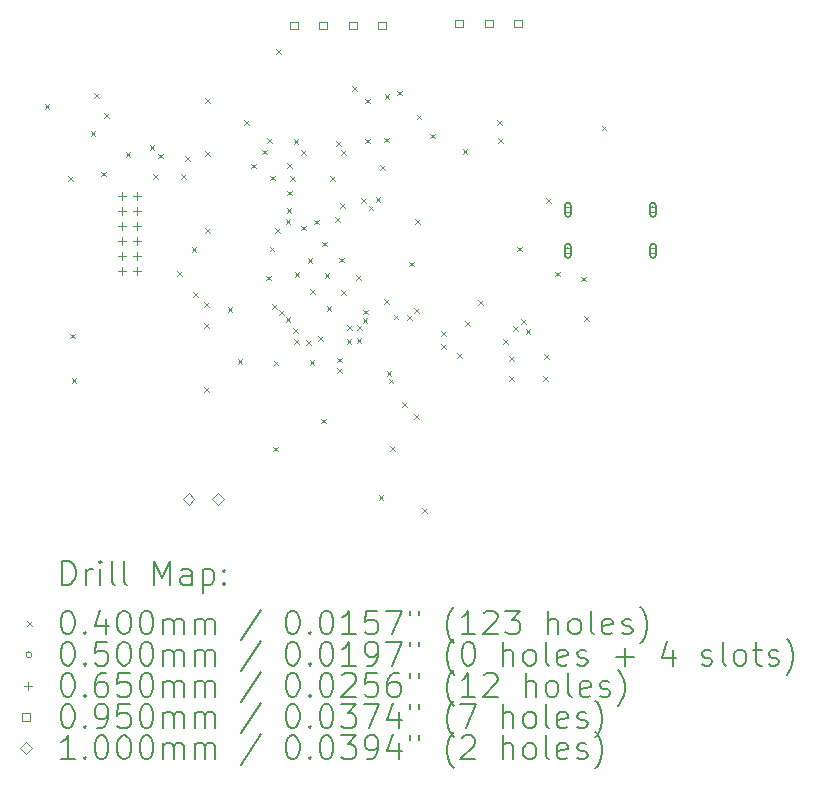
<source format=gbr>
%TF.GenerationSoftware,KiCad,Pcbnew,(6.0.9)*%
%TF.CreationDate,2022-11-30T10:01:07+01:00*%
%TF.ProjectId,LDAD ATOM PRO,4c444144-2041-4544-9f4d-2050524f2e6b,5.3*%
%TF.SameCoordinates,Original*%
%TF.FileFunction,Drillmap*%
%TF.FilePolarity,Positive*%
%FSLAX45Y45*%
G04 Gerber Fmt 4.5, Leading zero omitted, Abs format (unit mm)*
G04 Created by KiCad (PCBNEW (6.0.9)) date 2022-11-30 10:01:07*
%MOMM*%
%LPD*%
G01*
G04 APERTURE LIST*
%ADD10C,0.200000*%
%ADD11C,0.040000*%
%ADD12C,0.050000*%
%ADD13C,0.065000*%
%ADD14C,0.095000*%
%ADD15C,0.100000*%
G04 APERTURE END LIST*
D10*
D11*
X11674000Y-8458000D02*
X11714000Y-8498000D01*
X11714000Y-8458000D02*
X11674000Y-8498000D01*
X11872000Y-9064450D02*
X11912000Y-9104450D01*
X11912000Y-9064450D02*
X11872000Y-9104450D01*
X11891000Y-10398000D02*
X11931000Y-10438000D01*
X11931000Y-10398000D02*
X11891000Y-10438000D01*
X11902000Y-10775000D02*
X11942000Y-10815000D01*
X11942000Y-10775000D02*
X11902000Y-10815000D01*
X12063000Y-8685000D02*
X12103000Y-8725000D01*
X12103000Y-8685000D02*
X12063000Y-8725000D01*
X12093000Y-8360000D02*
X12133000Y-8400000D01*
X12133000Y-8360000D02*
X12093000Y-8400000D01*
X12150000Y-9026000D02*
X12190000Y-9066000D01*
X12190000Y-9026000D02*
X12150000Y-9066000D01*
X12179000Y-8532000D02*
X12219000Y-8572000D01*
X12219000Y-8532000D02*
X12179000Y-8572000D01*
X12360000Y-8863000D02*
X12400000Y-8903000D01*
X12400000Y-8863000D02*
X12360000Y-8903000D01*
X12562000Y-8802000D02*
X12602000Y-8842000D01*
X12602000Y-8802000D02*
X12562000Y-8842000D01*
X12591000Y-9048000D02*
X12631000Y-9088000D01*
X12631000Y-9048000D02*
X12591000Y-9088000D01*
X12634000Y-8873000D02*
X12674000Y-8913000D01*
X12674000Y-8873000D02*
X12634000Y-8913000D01*
X12794500Y-9867500D02*
X12834500Y-9907500D01*
X12834500Y-9867500D02*
X12794500Y-9907500D01*
X12827000Y-9048000D02*
X12867000Y-9088000D01*
X12867000Y-9048000D02*
X12827000Y-9088000D01*
X12861000Y-8895000D02*
X12901000Y-8935000D01*
X12901000Y-8895000D02*
X12861000Y-8935000D01*
X12917000Y-9664000D02*
X12957000Y-9704000D01*
X12957000Y-9664000D02*
X12917000Y-9704000D01*
X12929000Y-10048000D02*
X12969000Y-10088000D01*
X12969000Y-10048000D02*
X12929000Y-10088000D01*
X13021000Y-10309000D02*
X13061000Y-10349000D01*
X13061000Y-10309000D02*
X13021000Y-10349000D01*
X13024000Y-10849000D02*
X13064000Y-10889000D01*
X13064000Y-10849000D02*
X13024000Y-10889000D01*
X13026000Y-10130000D02*
X13066000Y-10170000D01*
X13066000Y-10130000D02*
X13026000Y-10170000D01*
X13032000Y-8853000D02*
X13072000Y-8893000D01*
X13072000Y-8853000D02*
X13032000Y-8893000D01*
X13033000Y-8407000D02*
X13073000Y-8447000D01*
X13073000Y-8407000D02*
X13033000Y-8447000D01*
X13033000Y-9506000D02*
X13073000Y-9546000D01*
X13073000Y-9506000D02*
X13033000Y-9546000D01*
X13224000Y-10175000D02*
X13264000Y-10215000D01*
X13264000Y-10175000D02*
X13224000Y-10215000D01*
X13307000Y-10616000D02*
X13347000Y-10656000D01*
X13347000Y-10616000D02*
X13307000Y-10656000D01*
X13363500Y-8592500D02*
X13403500Y-8632500D01*
X13403500Y-8592500D02*
X13363500Y-8632500D01*
X13419000Y-8959000D02*
X13459000Y-8999000D01*
X13459000Y-8959000D02*
X13419000Y-8999000D01*
X13516000Y-8840000D02*
X13556000Y-8880000D01*
X13556000Y-8840000D02*
X13516000Y-8880000D01*
X13548000Y-9908000D02*
X13588000Y-9948000D01*
X13588000Y-9908000D02*
X13548000Y-9948000D01*
X13560000Y-8742000D02*
X13600000Y-8782000D01*
X13600000Y-8742000D02*
X13560000Y-8782000D01*
X13579000Y-9661000D02*
X13619000Y-9701000D01*
X13619000Y-9661000D02*
X13579000Y-9701000D01*
X13581000Y-9060000D02*
X13621000Y-9100000D01*
X13621000Y-9060000D02*
X13581000Y-9100000D01*
X13602000Y-10151000D02*
X13642000Y-10191000D01*
X13642000Y-10151000D02*
X13602000Y-10191000D01*
X13606000Y-11354000D02*
X13646000Y-11394000D01*
X13646000Y-11354000D02*
X13606000Y-11394000D01*
X13612000Y-10627000D02*
X13652000Y-10667000D01*
X13652000Y-10627000D02*
X13612000Y-10667000D01*
X13623000Y-9507000D02*
X13663000Y-9547000D01*
X13663000Y-9507000D02*
X13623000Y-9547000D01*
X13631000Y-7991000D02*
X13671000Y-8031000D01*
X13671000Y-7991000D02*
X13631000Y-8031000D01*
X13657000Y-10200000D02*
X13697000Y-10240000D01*
X13697000Y-10200000D02*
X13657000Y-10240000D01*
X13714000Y-10259000D02*
X13754000Y-10299000D01*
X13754000Y-10259000D02*
X13714000Y-10299000D01*
X13715000Y-9429000D02*
X13755000Y-9469000D01*
X13755000Y-9429000D02*
X13715000Y-9469000D01*
X13723000Y-9338000D02*
X13763000Y-9378000D01*
X13763000Y-9338000D02*
X13723000Y-9378000D01*
X13724000Y-8954000D02*
X13764000Y-8994000D01*
X13764000Y-8954000D02*
X13724000Y-8994000D01*
X13725000Y-9188000D02*
X13765000Y-9228000D01*
X13765000Y-9188000D02*
X13725000Y-9228000D01*
X13749000Y-9062000D02*
X13789000Y-9102000D01*
X13789000Y-9062000D02*
X13749000Y-9102000D01*
X13775000Y-10351000D02*
X13815000Y-10391000D01*
X13815000Y-10351000D02*
X13775000Y-10391000D01*
X13781000Y-8749000D02*
X13821000Y-8789000D01*
X13821000Y-8749000D02*
X13781000Y-8789000D01*
X13784000Y-10442000D02*
X13824000Y-10482000D01*
X13824000Y-10442000D02*
X13784000Y-10482000D01*
X13791000Y-9875000D02*
X13831000Y-9915000D01*
X13831000Y-9875000D02*
X13791000Y-9915000D01*
X13844000Y-9483000D02*
X13884000Y-9523000D01*
X13884000Y-9483000D02*
X13844000Y-9523000D01*
X13847000Y-8843000D02*
X13887000Y-8883000D01*
X13887000Y-8843000D02*
X13847000Y-8883000D01*
X13885000Y-10453000D02*
X13925000Y-10493000D01*
X13925000Y-10453000D02*
X13885000Y-10493000D01*
X13901000Y-9759000D02*
X13941000Y-9799000D01*
X13941000Y-9759000D02*
X13901000Y-9799000D01*
X13916000Y-10625000D02*
X13956000Y-10665000D01*
X13956000Y-10625000D02*
X13916000Y-10665000D01*
X13923000Y-10021000D02*
X13963000Y-10061000D01*
X13963000Y-10021000D02*
X13923000Y-10061000D01*
X13955000Y-9434000D02*
X13995000Y-9474000D01*
X13995000Y-9434000D02*
X13955000Y-9474000D01*
X13988000Y-10422000D02*
X14028000Y-10462000D01*
X14028000Y-10422000D02*
X13988000Y-10462000D01*
X14015000Y-11117000D02*
X14055000Y-11157000D01*
X14055000Y-11117000D02*
X14015000Y-11157000D01*
X14026000Y-9619000D02*
X14066000Y-9659000D01*
X14066000Y-9619000D02*
X14026000Y-9659000D01*
X14043000Y-9886000D02*
X14083000Y-9926000D01*
X14083000Y-9886000D02*
X14043000Y-9926000D01*
X14061000Y-10167000D02*
X14101000Y-10207000D01*
X14101000Y-10167000D02*
X14061000Y-10207000D01*
X14091000Y-9063000D02*
X14131000Y-9103000D01*
X14131000Y-9063000D02*
X14091000Y-9103000D01*
X14130000Y-9413000D02*
X14170000Y-9453000D01*
X14170000Y-9413000D02*
X14130000Y-9453000D01*
X14140000Y-8771000D02*
X14180000Y-8811000D01*
X14180000Y-8771000D02*
X14140000Y-8811000D01*
X14148000Y-10601000D02*
X14188000Y-10641000D01*
X14188000Y-10601000D02*
X14148000Y-10641000D01*
X14152000Y-10693000D02*
X14192000Y-10733000D01*
X14192000Y-10693000D02*
X14152000Y-10733000D01*
X14166000Y-9755000D02*
X14206000Y-9795000D01*
X14206000Y-9755000D02*
X14166000Y-9795000D01*
X14173000Y-9292000D02*
X14213000Y-9332000D01*
X14213000Y-9292000D02*
X14173000Y-9332000D01*
X14183000Y-8843000D02*
X14223000Y-8883000D01*
X14223000Y-8843000D02*
X14183000Y-8883000D01*
X14183000Y-10030000D02*
X14223000Y-10070000D01*
X14223000Y-10030000D02*
X14183000Y-10070000D01*
X14230000Y-10442000D02*
X14270000Y-10482000D01*
X14270000Y-10442000D02*
X14230000Y-10482000D01*
X14236000Y-10329000D02*
X14276000Y-10369000D01*
X14276000Y-10329000D02*
X14236000Y-10369000D01*
X14280000Y-8301000D02*
X14320000Y-8341000D01*
X14320000Y-8301000D02*
X14280000Y-8341000D01*
X14308000Y-9903000D02*
X14348000Y-9943000D01*
X14348000Y-9903000D02*
X14308000Y-9943000D01*
X14316000Y-10438000D02*
X14356000Y-10478000D01*
X14356000Y-10438000D02*
X14316000Y-10478000D01*
X14321000Y-10328000D02*
X14361000Y-10368000D01*
X14361000Y-10328000D02*
X14321000Y-10368000D01*
X14354000Y-9248000D02*
X14394000Y-9288000D01*
X14394000Y-9248000D02*
X14354000Y-9288000D01*
X14367000Y-10266000D02*
X14407000Y-10306000D01*
X14407000Y-10266000D02*
X14367000Y-10306000D01*
X14372000Y-10194000D02*
X14412000Y-10234000D01*
X14412000Y-10194000D02*
X14372000Y-10234000D01*
X14386000Y-8409000D02*
X14426000Y-8449000D01*
X14426000Y-8409000D02*
X14386000Y-8449000D01*
X14386000Y-8747000D02*
X14426000Y-8787000D01*
X14426000Y-8747000D02*
X14386000Y-8787000D01*
X14417000Y-9315000D02*
X14457000Y-9355000D01*
X14457000Y-9315000D02*
X14417000Y-9355000D01*
X14477000Y-9244000D02*
X14517000Y-9284000D01*
X14517000Y-9244000D02*
X14477000Y-9284000D01*
X14501000Y-11768000D02*
X14541000Y-11808000D01*
X14541000Y-11768000D02*
X14501000Y-11808000D01*
X14517000Y-8972000D02*
X14557000Y-9012000D01*
X14557000Y-8972000D02*
X14517000Y-9012000D01*
X14544817Y-10107450D02*
X14584817Y-10147450D01*
X14584817Y-10107450D02*
X14544817Y-10147450D01*
X14545500Y-8739500D02*
X14585500Y-8779500D01*
X14585500Y-8739500D02*
X14545500Y-8779500D01*
X14552000Y-8373000D02*
X14592000Y-8413000D01*
X14592000Y-8373000D02*
X14552000Y-8413000D01*
X14568000Y-10715000D02*
X14608000Y-10755000D01*
X14608000Y-10715000D02*
X14568000Y-10755000D01*
X14585000Y-10779000D02*
X14625000Y-10819000D01*
X14625000Y-10779000D02*
X14585000Y-10819000D01*
X14598000Y-11348000D02*
X14638000Y-11388000D01*
X14638000Y-11348000D02*
X14598000Y-11388000D01*
X14629160Y-10236571D02*
X14669160Y-10276571D01*
X14669160Y-10236571D02*
X14629160Y-10276571D01*
X14656000Y-8341000D02*
X14696000Y-8381000D01*
X14696000Y-8341000D02*
X14656000Y-8381000D01*
X14702000Y-10980000D02*
X14742000Y-11020000D01*
X14742000Y-10980000D02*
X14702000Y-11020000D01*
X14745000Y-10240000D02*
X14785000Y-10280000D01*
X14785000Y-10240000D02*
X14745000Y-10280000D01*
X14758000Y-9789000D02*
X14798000Y-9829000D01*
X14798000Y-9789000D02*
X14758000Y-9829000D01*
X14799050Y-10179228D02*
X14839050Y-10219228D01*
X14839050Y-10179228D02*
X14799050Y-10219228D01*
X14802000Y-11080000D02*
X14842000Y-11120000D01*
X14842000Y-11080000D02*
X14802000Y-11120000D01*
X14808000Y-9430000D02*
X14848000Y-9470000D01*
X14848000Y-9430000D02*
X14808000Y-9470000D01*
X14822000Y-8545000D02*
X14862000Y-8585000D01*
X14862000Y-8545000D02*
X14822000Y-8585000D01*
X14869000Y-11877000D02*
X14909000Y-11917000D01*
X14909000Y-11877000D02*
X14869000Y-11917000D01*
X14939000Y-8705000D02*
X14979000Y-8745000D01*
X14979000Y-8705000D02*
X14939000Y-8745000D01*
X15031000Y-10374000D02*
X15071000Y-10414000D01*
X15071000Y-10374000D02*
X15031000Y-10414000D01*
X15033000Y-10486000D02*
X15073000Y-10526000D01*
X15073000Y-10486000D02*
X15033000Y-10526000D01*
X15167000Y-10561000D02*
X15207000Y-10601000D01*
X15207000Y-10561000D02*
X15167000Y-10601000D01*
X15213000Y-8834000D02*
X15253000Y-8874000D01*
X15253000Y-8834000D02*
X15213000Y-8874000D01*
X15231000Y-10291000D02*
X15271000Y-10331000D01*
X15271000Y-10291000D02*
X15231000Y-10331000D01*
X15341000Y-10115000D02*
X15381000Y-10155000D01*
X15381000Y-10115000D02*
X15341000Y-10155000D01*
X15503000Y-8591000D02*
X15543000Y-8631000D01*
X15543000Y-8591000D02*
X15503000Y-8631000D01*
X15514000Y-8741000D02*
X15554000Y-8781000D01*
X15554000Y-8741000D02*
X15514000Y-8781000D01*
X15553000Y-10447000D02*
X15593000Y-10487000D01*
X15593000Y-10447000D02*
X15553000Y-10487000D01*
X15606000Y-10586000D02*
X15646000Y-10626000D01*
X15646000Y-10586000D02*
X15606000Y-10626000D01*
X15608000Y-10756000D02*
X15648000Y-10796000D01*
X15648000Y-10756000D02*
X15608000Y-10796000D01*
X15639225Y-10336550D02*
X15679225Y-10376550D01*
X15679225Y-10336550D02*
X15639225Y-10376550D01*
X15676000Y-9661625D02*
X15716000Y-9701625D01*
X15716000Y-9661625D02*
X15676000Y-9701625D01*
X15706000Y-10276000D02*
X15746000Y-10316000D01*
X15746000Y-10276000D02*
X15706000Y-10316000D01*
X15746000Y-10358550D02*
X15786000Y-10398550D01*
X15786000Y-10358550D02*
X15746000Y-10398550D01*
X15895000Y-10761000D02*
X15935000Y-10801000D01*
X15935000Y-10761000D02*
X15895000Y-10801000D01*
X15905000Y-10571000D02*
X15945000Y-10611000D01*
X15945000Y-10571000D02*
X15905000Y-10611000D01*
X15920000Y-9248000D02*
X15960000Y-9288000D01*
X15960000Y-9248000D02*
X15920000Y-9288000D01*
X15994000Y-9874000D02*
X16034000Y-9914000D01*
X16034000Y-9874000D02*
X15994000Y-9914000D01*
X16214500Y-9916500D02*
X16254500Y-9956500D01*
X16254500Y-9916500D02*
X16214500Y-9956500D01*
X16243000Y-10248000D02*
X16283000Y-10288000D01*
X16283000Y-10248000D02*
X16243000Y-10288000D01*
X16390000Y-8636000D02*
X16430000Y-8676000D01*
X16430000Y-8636000D02*
X16390000Y-8676000D01*
D12*
X16128000Y-9697000D02*
G75*
G03*
X16128000Y-9697000I-25000J0D01*
G01*
D10*
X16078000Y-9662000D02*
X16078000Y-9732000D01*
X16128000Y-9662000D02*
X16128000Y-9732000D01*
X16078000Y-9732000D02*
G75*
G03*
X16128000Y-9732000I25000J0D01*
G01*
X16128000Y-9662000D02*
G75*
G03*
X16078000Y-9662000I-25000J0D01*
G01*
D12*
X16129000Y-9350000D02*
G75*
G03*
X16129000Y-9350000I-25000J0D01*
G01*
D10*
X16079000Y-9315000D02*
X16079000Y-9385000D01*
X16129000Y-9315000D02*
X16129000Y-9385000D01*
X16079000Y-9385000D02*
G75*
G03*
X16129000Y-9385000I25000J0D01*
G01*
X16129000Y-9315000D02*
G75*
G03*
X16079000Y-9315000I-25000J0D01*
G01*
D12*
X16848000Y-9349000D02*
G75*
G03*
X16848000Y-9349000I-25000J0D01*
G01*
D10*
X16798000Y-9314000D02*
X16798000Y-9384000D01*
X16848000Y-9314000D02*
X16848000Y-9384000D01*
X16798000Y-9384000D02*
G75*
G03*
X16848000Y-9384000I25000J0D01*
G01*
X16848000Y-9314000D02*
G75*
G03*
X16798000Y-9314000I-25000J0D01*
G01*
D12*
X16850000Y-9697000D02*
G75*
G03*
X16850000Y-9697000I-25000J0D01*
G01*
D10*
X16800000Y-9662000D02*
X16800000Y-9732000D01*
X16850000Y-9662000D02*
X16850000Y-9732000D01*
X16800000Y-9732000D02*
G75*
G03*
X16850000Y-9732000I25000J0D01*
G01*
X16850000Y-9662000D02*
G75*
G03*
X16800000Y-9662000I-25000J0D01*
G01*
D13*
X12330500Y-9200000D02*
X12330500Y-9265000D01*
X12298000Y-9232500D02*
X12363000Y-9232500D01*
X12330500Y-9327000D02*
X12330500Y-9392000D01*
X12298000Y-9359500D02*
X12363000Y-9359500D01*
X12330500Y-9454000D02*
X12330500Y-9519000D01*
X12298000Y-9486500D02*
X12363000Y-9486500D01*
X12330500Y-9581000D02*
X12330500Y-9646000D01*
X12298000Y-9613500D02*
X12363000Y-9613500D01*
X12330500Y-9708000D02*
X12330500Y-9773000D01*
X12298000Y-9740500D02*
X12363000Y-9740500D01*
X12330500Y-9835000D02*
X12330500Y-9900000D01*
X12298000Y-9867500D02*
X12363000Y-9867500D01*
X12457500Y-9200000D02*
X12457500Y-9265000D01*
X12425000Y-9232500D02*
X12490000Y-9232500D01*
X12457500Y-9327000D02*
X12457500Y-9392000D01*
X12425000Y-9359500D02*
X12490000Y-9359500D01*
X12457500Y-9454000D02*
X12457500Y-9519000D01*
X12425000Y-9486500D02*
X12490000Y-9486500D01*
X12457500Y-9581000D02*
X12457500Y-9646000D01*
X12425000Y-9613500D02*
X12490000Y-9613500D01*
X12457500Y-9708000D02*
X12457500Y-9773000D01*
X12425000Y-9740500D02*
X12490000Y-9740500D01*
X12457500Y-9835000D02*
X12457500Y-9900000D01*
X12425000Y-9867500D02*
X12490000Y-9867500D01*
D14*
X13814588Y-7822588D02*
X13814588Y-7755412D01*
X13747412Y-7755412D01*
X13747412Y-7822588D01*
X13814588Y-7822588D01*
X14064588Y-7822588D02*
X14064588Y-7755412D01*
X13997412Y-7755412D01*
X13997412Y-7822588D01*
X14064588Y-7822588D01*
X14314588Y-7822588D02*
X14314588Y-7755412D01*
X14247412Y-7755412D01*
X14247412Y-7822588D01*
X14314588Y-7822588D01*
X14564588Y-7822588D02*
X14564588Y-7755412D01*
X14497412Y-7755412D01*
X14497412Y-7822588D01*
X14564588Y-7822588D01*
X15218588Y-7805588D02*
X15218588Y-7738412D01*
X15151412Y-7738412D01*
X15151412Y-7805588D01*
X15218588Y-7805588D01*
X15468588Y-7805588D02*
X15468588Y-7738412D01*
X15401412Y-7738412D01*
X15401412Y-7805588D01*
X15468588Y-7805588D01*
X15718588Y-7805588D02*
X15718588Y-7738412D01*
X15651412Y-7738412D01*
X15651412Y-7805588D01*
X15718588Y-7805588D01*
D15*
X12892000Y-11845000D02*
X12942000Y-11795000D01*
X12892000Y-11745000D01*
X12842000Y-11795000D01*
X12892000Y-11845000D01*
X13142000Y-11845000D02*
X13192000Y-11795000D01*
X13142000Y-11745000D01*
X13092000Y-11795000D01*
X13142000Y-11845000D01*
D10*
X11822276Y-12523976D02*
X11822276Y-12323976D01*
X11869895Y-12323976D01*
X11898467Y-12333500D01*
X11917515Y-12352548D01*
X11927038Y-12371595D01*
X11936562Y-12409690D01*
X11936562Y-12438262D01*
X11927038Y-12476357D01*
X11917515Y-12495405D01*
X11898467Y-12514452D01*
X11869895Y-12523976D01*
X11822276Y-12523976D01*
X12022276Y-12523976D02*
X12022276Y-12390643D01*
X12022276Y-12428738D02*
X12031800Y-12409690D01*
X12041324Y-12400167D01*
X12060372Y-12390643D01*
X12079419Y-12390643D01*
X12146086Y-12523976D02*
X12146086Y-12390643D01*
X12146086Y-12323976D02*
X12136562Y-12333500D01*
X12146086Y-12343024D01*
X12155610Y-12333500D01*
X12146086Y-12323976D01*
X12146086Y-12343024D01*
X12269895Y-12523976D02*
X12250848Y-12514452D01*
X12241324Y-12495405D01*
X12241324Y-12323976D01*
X12374657Y-12523976D02*
X12355610Y-12514452D01*
X12346086Y-12495405D01*
X12346086Y-12323976D01*
X12603229Y-12523976D02*
X12603229Y-12323976D01*
X12669895Y-12466833D01*
X12736562Y-12323976D01*
X12736562Y-12523976D01*
X12917515Y-12523976D02*
X12917515Y-12419214D01*
X12907991Y-12400167D01*
X12888943Y-12390643D01*
X12850848Y-12390643D01*
X12831800Y-12400167D01*
X12917515Y-12514452D02*
X12898467Y-12523976D01*
X12850848Y-12523976D01*
X12831800Y-12514452D01*
X12822276Y-12495405D01*
X12822276Y-12476357D01*
X12831800Y-12457309D01*
X12850848Y-12447786D01*
X12898467Y-12447786D01*
X12917515Y-12438262D01*
X13012753Y-12390643D02*
X13012753Y-12590643D01*
X13012753Y-12400167D02*
X13031800Y-12390643D01*
X13069895Y-12390643D01*
X13088943Y-12400167D01*
X13098467Y-12409690D01*
X13107991Y-12428738D01*
X13107991Y-12485881D01*
X13098467Y-12504928D01*
X13088943Y-12514452D01*
X13069895Y-12523976D01*
X13031800Y-12523976D01*
X13012753Y-12514452D01*
X13193705Y-12504928D02*
X13203229Y-12514452D01*
X13193705Y-12523976D01*
X13184181Y-12514452D01*
X13193705Y-12504928D01*
X13193705Y-12523976D01*
X13193705Y-12400167D02*
X13203229Y-12409690D01*
X13193705Y-12419214D01*
X13184181Y-12409690D01*
X13193705Y-12400167D01*
X13193705Y-12419214D01*
D11*
X11524657Y-12833500D02*
X11564657Y-12873500D01*
X11564657Y-12833500D02*
X11524657Y-12873500D01*
D10*
X11860372Y-12743976D02*
X11879419Y-12743976D01*
X11898467Y-12753500D01*
X11907991Y-12763024D01*
X11917515Y-12782071D01*
X11927038Y-12820167D01*
X11927038Y-12867786D01*
X11917515Y-12905881D01*
X11907991Y-12924928D01*
X11898467Y-12934452D01*
X11879419Y-12943976D01*
X11860372Y-12943976D01*
X11841324Y-12934452D01*
X11831800Y-12924928D01*
X11822276Y-12905881D01*
X11812753Y-12867786D01*
X11812753Y-12820167D01*
X11822276Y-12782071D01*
X11831800Y-12763024D01*
X11841324Y-12753500D01*
X11860372Y-12743976D01*
X12012753Y-12924928D02*
X12022276Y-12934452D01*
X12012753Y-12943976D01*
X12003229Y-12934452D01*
X12012753Y-12924928D01*
X12012753Y-12943976D01*
X12193705Y-12810643D02*
X12193705Y-12943976D01*
X12146086Y-12734452D02*
X12098467Y-12877309D01*
X12222276Y-12877309D01*
X12336562Y-12743976D02*
X12355610Y-12743976D01*
X12374657Y-12753500D01*
X12384181Y-12763024D01*
X12393705Y-12782071D01*
X12403229Y-12820167D01*
X12403229Y-12867786D01*
X12393705Y-12905881D01*
X12384181Y-12924928D01*
X12374657Y-12934452D01*
X12355610Y-12943976D01*
X12336562Y-12943976D01*
X12317515Y-12934452D01*
X12307991Y-12924928D01*
X12298467Y-12905881D01*
X12288943Y-12867786D01*
X12288943Y-12820167D01*
X12298467Y-12782071D01*
X12307991Y-12763024D01*
X12317515Y-12753500D01*
X12336562Y-12743976D01*
X12527038Y-12743976D02*
X12546086Y-12743976D01*
X12565134Y-12753500D01*
X12574657Y-12763024D01*
X12584181Y-12782071D01*
X12593705Y-12820167D01*
X12593705Y-12867786D01*
X12584181Y-12905881D01*
X12574657Y-12924928D01*
X12565134Y-12934452D01*
X12546086Y-12943976D01*
X12527038Y-12943976D01*
X12507991Y-12934452D01*
X12498467Y-12924928D01*
X12488943Y-12905881D01*
X12479419Y-12867786D01*
X12479419Y-12820167D01*
X12488943Y-12782071D01*
X12498467Y-12763024D01*
X12507991Y-12753500D01*
X12527038Y-12743976D01*
X12679419Y-12943976D02*
X12679419Y-12810643D01*
X12679419Y-12829690D02*
X12688943Y-12820167D01*
X12707991Y-12810643D01*
X12736562Y-12810643D01*
X12755610Y-12820167D01*
X12765134Y-12839214D01*
X12765134Y-12943976D01*
X12765134Y-12839214D02*
X12774657Y-12820167D01*
X12793705Y-12810643D01*
X12822276Y-12810643D01*
X12841324Y-12820167D01*
X12850848Y-12839214D01*
X12850848Y-12943976D01*
X12946086Y-12943976D02*
X12946086Y-12810643D01*
X12946086Y-12829690D02*
X12955610Y-12820167D01*
X12974657Y-12810643D01*
X13003229Y-12810643D01*
X13022276Y-12820167D01*
X13031800Y-12839214D01*
X13031800Y-12943976D01*
X13031800Y-12839214D02*
X13041324Y-12820167D01*
X13060372Y-12810643D01*
X13088943Y-12810643D01*
X13107991Y-12820167D01*
X13117515Y-12839214D01*
X13117515Y-12943976D01*
X13507991Y-12734452D02*
X13336562Y-12991595D01*
X13765134Y-12743976D02*
X13784181Y-12743976D01*
X13803229Y-12753500D01*
X13812753Y-12763024D01*
X13822276Y-12782071D01*
X13831800Y-12820167D01*
X13831800Y-12867786D01*
X13822276Y-12905881D01*
X13812753Y-12924928D01*
X13803229Y-12934452D01*
X13784181Y-12943976D01*
X13765134Y-12943976D01*
X13746086Y-12934452D01*
X13736562Y-12924928D01*
X13727038Y-12905881D01*
X13717515Y-12867786D01*
X13717515Y-12820167D01*
X13727038Y-12782071D01*
X13736562Y-12763024D01*
X13746086Y-12753500D01*
X13765134Y-12743976D01*
X13917515Y-12924928D02*
X13927038Y-12934452D01*
X13917515Y-12943976D01*
X13907991Y-12934452D01*
X13917515Y-12924928D01*
X13917515Y-12943976D01*
X14050848Y-12743976D02*
X14069895Y-12743976D01*
X14088943Y-12753500D01*
X14098467Y-12763024D01*
X14107991Y-12782071D01*
X14117515Y-12820167D01*
X14117515Y-12867786D01*
X14107991Y-12905881D01*
X14098467Y-12924928D01*
X14088943Y-12934452D01*
X14069895Y-12943976D01*
X14050848Y-12943976D01*
X14031800Y-12934452D01*
X14022276Y-12924928D01*
X14012753Y-12905881D01*
X14003229Y-12867786D01*
X14003229Y-12820167D01*
X14012753Y-12782071D01*
X14022276Y-12763024D01*
X14031800Y-12753500D01*
X14050848Y-12743976D01*
X14307991Y-12943976D02*
X14193705Y-12943976D01*
X14250848Y-12943976D02*
X14250848Y-12743976D01*
X14231800Y-12772548D01*
X14212753Y-12791595D01*
X14193705Y-12801119D01*
X14488943Y-12743976D02*
X14393705Y-12743976D01*
X14384181Y-12839214D01*
X14393705Y-12829690D01*
X14412753Y-12820167D01*
X14460372Y-12820167D01*
X14479419Y-12829690D01*
X14488943Y-12839214D01*
X14498467Y-12858262D01*
X14498467Y-12905881D01*
X14488943Y-12924928D01*
X14479419Y-12934452D01*
X14460372Y-12943976D01*
X14412753Y-12943976D01*
X14393705Y-12934452D01*
X14384181Y-12924928D01*
X14565134Y-12743976D02*
X14698467Y-12743976D01*
X14612753Y-12943976D01*
X14765134Y-12743976D02*
X14765134Y-12782071D01*
X14841324Y-12743976D02*
X14841324Y-12782071D01*
X15136562Y-13020167D02*
X15127038Y-13010643D01*
X15107991Y-12982071D01*
X15098467Y-12963024D01*
X15088943Y-12934452D01*
X15079419Y-12886833D01*
X15079419Y-12848738D01*
X15088943Y-12801119D01*
X15098467Y-12772548D01*
X15107991Y-12753500D01*
X15127038Y-12724928D01*
X15136562Y-12715405D01*
X15317515Y-12943976D02*
X15203229Y-12943976D01*
X15260372Y-12943976D02*
X15260372Y-12743976D01*
X15241324Y-12772548D01*
X15222276Y-12791595D01*
X15203229Y-12801119D01*
X15393705Y-12763024D02*
X15403229Y-12753500D01*
X15422276Y-12743976D01*
X15469895Y-12743976D01*
X15488943Y-12753500D01*
X15498467Y-12763024D01*
X15507991Y-12782071D01*
X15507991Y-12801119D01*
X15498467Y-12829690D01*
X15384181Y-12943976D01*
X15507991Y-12943976D01*
X15574657Y-12743976D02*
X15698467Y-12743976D01*
X15631800Y-12820167D01*
X15660372Y-12820167D01*
X15679419Y-12829690D01*
X15688943Y-12839214D01*
X15698467Y-12858262D01*
X15698467Y-12905881D01*
X15688943Y-12924928D01*
X15679419Y-12934452D01*
X15660372Y-12943976D01*
X15603229Y-12943976D01*
X15584181Y-12934452D01*
X15574657Y-12924928D01*
X15936562Y-12943976D02*
X15936562Y-12743976D01*
X16022276Y-12943976D02*
X16022276Y-12839214D01*
X16012753Y-12820167D01*
X15993705Y-12810643D01*
X15965134Y-12810643D01*
X15946086Y-12820167D01*
X15936562Y-12829690D01*
X16146086Y-12943976D02*
X16127038Y-12934452D01*
X16117515Y-12924928D01*
X16107991Y-12905881D01*
X16107991Y-12848738D01*
X16117515Y-12829690D01*
X16127038Y-12820167D01*
X16146086Y-12810643D01*
X16174657Y-12810643D01*
X16193705Y-12820167D01*
X16203229Y-12829690D01*
X16212753Y-12848738D01*
X16212753Y-12905881D01*
X16203229Y-12924928D01*
X16193705Y-12934452D01*
X16174657Y-12943976D01*
X16146086Y-12943976D01*
X16327038Y-12943976D02*
X16307991Y-12934452D01*
X16298467Y-12915405D01*
X16298467Y-12743976D01*
X16479419Y-12934452D02*
X16460372Y-12943976D01*
X16422276Y-12943976D01*
X16403229Y-12934452D01*
X16393705Y-12915405D01*
X16393705Y-12839214D01*
X16403229Y-12820167D01*
X16422276Y-12810643D01*
X16460372Y-12810643D01*
X16479419Y-12820167D01*
X16488943Y-12839214D01*
X16488943Y-12858262D01*
X16393705Y-12877309D01*
X16565134Y-12934452D02*
X16584181Y-12943976D01*
X16622276Y-12943976D01*
X16641324Y-12934452D01*
X16650848Y-12915405D01*
X16650848Y-12905881D01*
X16641324Y-12886833D01*
X16622276Y-12877309D01*
X16593705Y-12877309D01*
X16574657Y-12867786D01*
X16565134Y-12848738D01*
X16565134Y-12839214D01*
X16574657Y-12820167D01*
X16593705Y-12810643D01*
X16622276Y-12810643D01*
X16641324Y-12820167D01*
X16717515Y-13020167D02*
X16727038Y-13010643D01*
X16746086Y-12982071D01*
X16755610Y-12963024D01*
X16765134Y-12934452D01*
X16774657Y-12886833D01*
X16774657Y-12848738D01*
X16765134Y-12801119D01*
X16755610Y-12772548D01*
X16746086Y-12753500D01*
X16727038Y-12724928D01*
X16717515Y-12715405D01*
D12*
X11564657Y-13117500D02*
G75*
G03*
X11564657Y-13117500I-25000J0D01*
G01*
D10*
X11860372Y-13007976D02*
X11879419Y-13007976D01*
X11898467Y-13017500D01*
X11907991Y-13027024D01*
X11917515Y-13046071D01*
X11927038Y-13084167D01*
X11927038Y-13131786D01*
X11917515Y-13169881D01*
X11907991Y-13188928D01*
X11898467Y-13198452D01*
X11879419Y-13207976D01*
X11860372Y-13207976D01*
X11841324Y-13198452D01*
X11831800Y-13188928D01*
X11822276Y-13169881D01*
X11812753Y-13131786D01*
X11812753Y-13084167D01*
X11822276Y-13046071D01*
X11831800Y-13027024D01*
X11841324Y-13017500D01*
X11860372Y-13007976D01*
X12012753Y-13188928D02*
X12022276Y-13198452D01*
X12012753Y-13207976D01*
X12003229Y-13198452D01*
X12012753Y-13188928D01*
X12012753Y-13207976D01*
X12203229Y-13007976D02*
X12107991Y-13007976D01*
X12098467Y-13103214D01*
X12107991Y-13093690D01*
X12127038Y-13084167D01*
X12174657Y-13084167D01*
X12193705Y-13093690D01*
X12203229Y-13103214D01*
X12212753Y-13122262D01*
X12212753Y-13169881D01*
X12203229Y-13188928D01*
X12193705Y-13198452D01*
X12174657Y-13207976D01*
X12127038Y-13207976D01*
X12107991Y-13198452D01*
X12098467Y-13188928D01*
X12336562Y-13007976D02*
X12355610Y-13007976D01*
X12374657Y-13017500D01*
X12384181Y-13027024D01*
X12393705Y-13046071D01*
X12403229Y-13084167D01*
X12403229Y-13131786D01*
X12393705Y-13169881D01*
X12384181Y-13188928D01*
X12374657Y-13198452D01*
X12355610Y-13207976D01*
X12336562Y-13207976D01*
X12317515Y-13198452D01*
X12307991Y-13188928D01*
X12298467Y-13169881D01*
X12288943Y-13131786D01*
X12288943Y-13084167D01*
X12298467Y-13046071D01*
X12307991Y-13027024D01*
X12317515Y-13017500D01*
X12336562Y-13007976D01*
X12527038Y-13007976D02*
X12546086Y-13007976D01*
X12565134Y-13017500D01*
X12574657Y-13027024D01*
X12584181Y-13046071D01*
X12593705Y-13084167D01*
X12593705Y-13131786D01*
X12584181Y-13169881D01*
X12574657Y-13188928D01*
X12565134Y-13198452D01*
X12546086Y-13207976D01*
X12527038Y-13207976D01*
X12507991Y-13198452D01*
X12498467Y-13188928D01*
X12488943Y-13169881D01*
X12479419Y-13131786D01*
X12479419Y-13084167D01*
X12488943Y-13046071D01*
X12498467Y-13027024D01*
X12507991Y-13017500D01*
X12527038Y-13007976D01*
X12679419Y-13207976D02*
X12679419Y-13074643D01*
X12679419Y-13093690D02*
X12688943Y-13084167D01*
X12707991Y-13074643D01*
X12736562Y-13074643D01*
X12755610Y-13084167D01*
X12765134Y-13103214D01*
X12765134Y-13207976D01*
X12765134Y-13103214D02*
X12774657Y-13084167D01*
X12793705Y-13074643D01*
X12822276Y-13074643D01*
X12841324Y-13084167D01*
X12850848Y-13103214D01*
X12850848Y-13207976D01*
X12946086Y-13207976D02*
X12946086Y-13074643D01*
X12946086Y-13093690D02*
X12955610Y-13084167D01*
X12974657Y-13074643D01*
X13003229Y-13074643D01*
X13022276Y-13084167D01*
X13031800Y-13103214D01*
X13031800Y-13207976D01*
X13031800Y-13103214D02*
X13041324Y-13084167D01*
X13060372Y-13074643D01*
X13088943Y-13074643D01*
X13107991Y-13084167D01*
X13117515Y-13103214D01*
X13117515Y-13207976D01*
X13507991Y-12998452D02*
X13336562Y-13255595D01*
X13765134Y-13007976D02*
X13784181Y-13007976D01*
X13803229Y-13017500D01*
X13812753Y-13027024D01*
X13822276Y-13046071D01*
X13831800Y-13084167D01*
X13831800Y-13131786D01*
X13822276Y-13169881D01*
X13812753Y-13188928D01*
X13803229Y-13198452D01*
X13784181Y-13207976D01*
X13765134Y-13207976D01*
X13746086Y-13198452D01*
X13736562Y-13188928D01*
X13727038Y-13169881D01*
X13717515Y-13131786D01*
X13717515Y-13084167D01*
X13727038Y-13046071D01*
X13736562Y-13027024D01*
X13746086Y-13017500D01*
X13765134Y-13007976D01*
X13917515Y-13188928D02*
X13927038Y-13198452D01*
X13917515Y-13207976D01*
X13907991Y-13198452D01*
X13917515Y-13188928D01*
X13917515Y-13207976D01*
X14050848Y-13007976D02*
X14069895Y-13007976D01*
X14088943Y-13017500D01*
X14098467Y-13027024D01*
X14107991Y-13046071D01*
X14117515Y-13084167D01*
X14117515Y-13131786D01*
X14107991Y-13169881D01*
X14098467Y-13188928D01*
X14088943Y-13198452D01*
X14069895Y-13207976D01*
X14050848Y-13207976D01*
X14031800Y-13198452D01*
X14022276Y-13188928D01*
X14012753Y-13169881D01*
X14003229Y-13131786D01*
X14003229Y-13084167D01*
X14012753Y-13046071D01*
X14022276Y-13027024D01*
X14031800Y-13017500D01*
X14050848Y-13007976D01*
X14307991Y-13207976D02*
X14193705Y-13207976D01*
X14250848Y-13207976D02*
X14250848Y-13007976D01*
X14231800Y-13036548D01*
X14212753Y-13055595D01*
X14193705Y-13065119D01*
X14403229Y-13207976D02*
X14441324Y-13207976D01*
X14460372Y-13198452D01*
X14469895Y-13188928D01*
X14488943Y-13160357D01*
X14498467Y-13122262D01*
X14498467Y-13046071D01*
X14488943Y-13027024D01*
X14479419Y-13017500D01*
X14460372Y-13007976D01*
X14422276Y-13007976D01*
X14403229Y-13017500D01*
X14393705Y-13027024D01*
X14384181Y-13046071D01*
X14384181Y-13093690D01*
X14393705Y-13112738D01*
X14403229Y-13122262D01*
X14422276Y-13131786D01*
X14460372Y-13131786D01*
X14479419Y-13122262D01*
X14488943Y-13112738D01*
X14498467Y-13093690D01*
X14565134Y-13007976D02*
X14698467Y-13007976D01*
X14612753Y-13207976D01*
X14765134Y-13007976D02*
X14765134Y-13046071D01*
X14841324Y-13007976D02*
X14841324Y-13046071D01*
X15136562Y-13284167D02*
X15127038Y-13274643D01*
X15107991Y-13246071D01*
X15098467Y-13227024D01*
X15088943Y-13198452D01*
X15079419Y-13150833D01*
X15079419Y-13112738D01*
X15088943Y-13065119D01*
X15098467Y-13036548D01*
X15107991Y-13017500D01*
X15127038Y-12988928D01*
X15136562Y-12979405D01*
X15250848Y-13007976D02*
X15269895Y-13007976D01*
X15288943Y-13017500D01*
X15298467Y-13027024D01*
X15307991Y-13046071D01*
X15317515Y-13084167D01*
X15317515Y-13131786D01*
X15307991Y-13169881D01*
X15298467Y-13188928D01*
X15288943Y-13198452D01*
X15269895Y-13207976D01*
X15250848Y-13207976D01*
X15231800Y-13198452D01*
X15222276Y-13188928D01*
X15212753Y-13169881D01*
X15203229Y-13131786D01*
X15203229Y-13084167D01*
X15212753Y-13046071D01*
X15222276Y-13027024D01*
X15231800Y-13017500D01*
X15250848Y-13007976D01*
X15555610Y-13207976D02*
X15555610Y-13007976D01*
X15641324Y-13207976D02*
X15641324Y-13103214D01*
X15631800Y-13084167D01*
X15612753Y-13074643D01*
X15584181Y-13074643D01*
X15565134Y-13084167D01*
X15555610Y-13093690D01*
X15765134Y-13207976D02*
X15746086Y-13198452D01*
X15736562Y-13188928D01*
X15727038Y-13169881D01*
X15727038Y-13112738D01*
X15736562Y-13093690D01*
X15746086Y-13084167D01*
X15765134Y-13074643D01*
X15793705Y-13074643D01*
X15812753Y-13084167D01*
X15822276Y-13093690D01*
X15831800Y-13112738D01*
X15831800Y-13169881D01*
X15822276Y-13188928D01*
X15812753Y-13198452D01*
X15793705Y-13207976D01*
X15765134Y-13207976D01*
X15946086Y-13207976D02*
X15927038Y-13198452D01*
X15917515Y-13179405D01*
X15917515Y-13007976D01*
X16098467Y-13198452D02*
X16079419Y-13207976D01*
X16041324Y-13207976D01*
X16022276Y-13198452D01*
X16012753Y-13179405D01*
X16012753Y-13103214D01*
X16022276Y-13084167D01*
X16041324Y-13074643D01*
X16079419Y-13074643D01*
X16098467Y-13084167D01*
X16107991Y-13103214D01*
X16107991Y-13122262D01*
X16012753Y-13141309D01*
X16184181Y-13198452D02*
X16203229Y-13207976D01*
X16241324Y-13207976D01*
X16260372Y-13198452D01*
X16269895Y-13179405D01*
X16269895Y-13169881D01*
X16260372Y-13150833D01*
X16241324Y-13141309D01*
X16212753Y-13141309D01*
X16193705Y-13131786D01*
X16184181Y-13112738D01*
X16184181Y-13103214D01*
X16193705Y-13084167D01*
X16212753Y-13074643D01*
X16241324Y-13074643D01*
X16260372Y-13084167D01*
X16507991Y-13131786D02*
X16660372Y-13131786D01*
X16584181Y-13207976D02*
X16584181Y-13055595D01*
X16993705Y-13074643D02*
X16993705Y-13207976D01*
X16946086Y-12998452D02*
X16898467Y-13141309D01*
X17022277Y-13141309D01*
X17241324Y-13198452D02*
X17260372Y-13207976D01*
X17298467Y-13207976D01*
X17317515Y-13198452D01*
X17327038Y-13179405D01*
X17327038Y-13169881D01*
X17317515Y-13150833D01*
X17298467Y-13141309D01*
X17269896Y-13141309D01*
X17250848Y-13131786D01*
X17241324Y-13112738D01*
X17241324Y-13103214D01*
X17250848Y-13084167D01*
X17269896Y-13074643D01*
X17298467Y-13074643D01*
X17317515Y-13084167D01*
X17441324Y-13207976D02*
X17422277Y-13198452D01*
X17412753Y-13179405D01*
X17412753Y-13007976D01*
X17546086Y-13207976D02*
X17527038Y-13198452D01*
X17517515Y-13188928D01*
X17507991Y-13169881D01*
X17507991Y-13112738D01*
X17517515Y-13093690D01*
X17527038Y-13084167D01*
X17546086Y-13074643D01*
X17574657Y-13074643D01*
X17593705Y-13084167D01*
X17603229Y-13093690D01*
X17612753Y-13112738D01*
X17612753Y-13169881D01*
X17603229Y-13188928D01*
X17593705Y-13198452D01*
X17574657Y-13207976D01*
X17546086Y-13207976D01*
X17669896Y-13074643D02*
X17746086Y-13074643D01*
X17698467Y-13007976D02*
X17698467Y-13179405D01*
X17707991Y-13198452D01*
X17727038Y-13207976D01*
X17746086Y-13207976D01*
X17803229Y-13198452D02*
X17822277Y-13207976D01*
X17860372Y-13207976D01*
X17879419Y-13198452D01*
X17888943Y-13179405D01*
X17888943Y-13169881D01*
X17879419Y-13150833D01*
X17860372Y-13141309D01*
X17831800Y-13141309D01*
X17812753Y-13131786D01*
X17803229Y-13112738D01*
X17803229Y-13103214D01*
X17812753Y-13084167D01*
X17831800Y-13074643D01*
X17860372Y-13074643D01*
X17879419Y-13084167D01*
X17955610Y-13284167D02*
X17965134Y-13274643D01*
X17984181Y-13246071D01*
X17993705Y-13227024D01*
X18003229Y-13198452D01*
X18012753Y-13150833D01*
X18012753Y-13112738D01*
X18003229Y-13065119D01*
X17993705Y-13036548D01*
X17984181Y-13017500D01*
X17965134Y-12988928D01*
X17955610Y-12979405D01*
D13*
X11532157Y-13349000D02*
X11532157Y-13414000D01*
X11499657Y-13381500D02*
X11564657Y-13381500D01*
D10*
X11860372Y-13271976D02*
X11879419Y-13271976D01*
X11898467Y-13281500D01*
X11907991Y-13291024D01*
X11917515Y-13310071D01*
X11927038Y-13348167D01*
X11927038Y-13395786D01*
X11917515Y-13433881D01*
X11907991Y-13452928D01*
X11898467Y-13462452D01*
X11879419Y-13471976D01*
X11860372Y-13471976D01*
X11841324Y-13462452D01*
X11831800Y-13452928D01*
X11822276Y-13433881D01*
X11812753Y-13395786D01*
X11812753Y-13348167D01*
X11822276Y-13310071D01*
X11831800Y-13291024D01*
X11841324Y-13281500D01*
X11860372Y-13271976D01*
X12012753Y-13452928D02*
X12022276Y-13462452D01*
X12012753Y-13471976D01*
X12003229Y-13462452D01*
X12012753Y-13452928D01*
X12012753Y-13471976D01*
X12193705Y-13271976D02*
X12155610Y-13271976D01*
X12136562Y-13281500D01*
X12127038Y-13291024D01*
X12107991Y-13319595D01*
X12098467Y-13357690D01*
X12098467Y-13433881D01*
X12107991Y-13452928D01*
X12117515Y-13462452D01*
X12136562Y-13471976D01*
X12174657Y-13471976D01*
X12193705Y-13462452D01*
X12203229Y-13452928D01*
X12212753Y-13433881D01*
X12212753Y-13386262D01*
X12203229Y-13367214D01*
X12193705Y-13357690D01*
X12174657Y-13348167D01*
X12136562Y-13348167D01*
X12117515Y-13357690D01*
X12107991Y-13367214D01*
X12098467Y-13386262D01*
X12393705Y-13271976D02*
X12298467Y-13271976D01*
X12288943Y-13367214D01*
X12298467Y-13357690D01*
X12317515Y-13348167D01*
X12365134Y-13348167D01*
X12384181Y-13357690D01*
X12393705Y-13367214D01*
X12403229Y-13386262D01*
X12403229Y-13433881D01*
X12393705Y-13452928D01*
X12384181Y-13462452D01*
X12365134Y-13471976D01*
X12317515Y-13471976D01*
X12298467Y-13462452D01*
X12288943Y-13452928D01*
X12527038Y-13271976D02*
X12546086Y-13271976D01*
X12565134Y-13281500D01*
X12574657Y-13291024D01*
X12584181Y-13310071D01*
X12593705Y-13348167D01*
X12593705Y-13395786D01*
X12584181Y-13433881D01*
X12574657Y-13452928D01*
X12565134Y-13462452D01*
X12546086Y-13471976D01*
X12527038Y-13471976D01*
X12507991Y-13462452D01*
X12498467Y-13452928D01*
X12488943Y-13433881D01*
X12479419Y-13395786D01*
X12479419Y-13348167D01*
X12488943Y-13310071D01*
X12498467Y-13291024D01*
X12507991Y-13281500D01*
X12527038Y-13271976D01*
X12679419Y-13471976D02*
X12679419Y-13338643D01*
X12679419Y-13357690D02*
X12688943Y-13348167D01*
X12707991Y-13338643D01*
X12736562Y-13338643D01*
X12755610Y-13348167D01*
X12765134Y-13367214D01*
X12765134Y-13471976D01*
X12765134Y-13367214D02*
X12774657Y-13348167D01*
X12793705Y-13338643D01*
X12822276Y-13338643D01*
X12841324Y-13348167D01*
X12850848Y-13367214D01*
X12850848Y-13471976D01*
X12946086Y-13471976D02*
X12946086Y-13338643D01*
X12946086Y-13357690D02*
X12955610Y-13348167D01*
X12974657Y-13338643D01*
X13003229Y-13338643D01*
X13022276Y-13348167D01*
X13031800Y-13367214D01*
X13031800Y-13471976D01*
X13031800Y-13367214D02*
X13041324Y-13348167D01*
X13060372Y-13338643D01*
X13088943Y-13338643D01*
X13107991Y-13348167D01*
X13117515Y-13367214D01*
X13117515Y-13471976D01*
X13507991Y-13262452D02*
X13336562Y-13519595D01*
X13765134Y-13271976D02*
X13784181Y-13271976D01*
X13803229Y-13281500D01*
X13812753Y-13291024D01*
X13822276Y-13310071D01*
X13831800Y-13348167D01*
X13831800Y-13395786D01*
X13822276Y-13433881D01*
X13812753Y-13452928D01*
X13803229Y-13462452D01*
X13784181Y-13471976D01*
X13765134Y-13471976D01*
X13746086Y-13462452D01*
X13736562Y-13452928D01*
X13727038Y-13433881D01*
X13717515Y-13395786D01*
X13717515Y-13348167D01*
X13727038Y-13310071D01*
X13736562Y-13291024D01*
X13746086Y-13281500D01*
X13765134Y-13271976D01*
X13917515Y-13452928D02*
X13927038Y-13462452D01*
X13917515Y-13471976D01*
X13907991Y-13462452D01*
X13917515Y-13452928D01*
X13917515Y-13471976D01*
X14050848Y-13271976D02*
X14069895Y-13271976D01*
X14088943Y-13281500D01*
X14098467Y-13291024D01*
X14107991Y-13310071D01*
X14117515Y-13348167D01*
X14117515Y-13395786D01*
X14107991Y-13433881D01*
X14098467Y-13452928D01*
X14088943Y-13462452D01*
X14069895Y-13471976D01*
X14050848Y-13471976D01*
X14031800Y-13462452D01*
X14022276Y-13452928D01*
X14012753Y-13433881D01*
X14003229Y-13395786D01*
X14003229Y-13348167D01*
X14012753Y-13310071D01*
X14022276Y-13291024D01*
X14031800Y-13281500D01*
X14050848Y-13271976D01*
X14193705Y-13291024D02*
X14203229Y-13281500D01*
X14222276Y-13271976D01*
X14269895Y-13271976D01*
X14288943Y-13281500D01*
X14298467Y-13291024D01*
X14307991Y-13310071D01*
X14307991Y-13329119D01*
X14298467Y-13357690D01*
X14184181Y-13471976D01*
X14307991Y-13471976D01*
X14488943Y-13271976D02*
X14393705Y-13271976D01*
X14384181Y-13367214D01*
X14393705Y-13357690D01*
X14412753Y-13348167D01*
X14460372Y-13348167D01*
X14479419Y-13357690D01*
X14488943Y-13367214D01*
X14498467Y-13386262D01*
X14498467Y-13433881D01*
X14488943Y-13452928D01*
X14479419Y-13462452D01*
X14460372Y-13471976D01*
X14412753Y-13471976D01*
X14393705Y-13462452D01*
X14384181Y-13452928D01*
X14669895Y-13271976D02*
X14631800Y-13271976D01*
X14612753Y-13281500D01*
X14603229Y-13291024D01*
X14584181Y-13319595D01*
X14574657Y-13357690D01*
X14574657Y-13433881D01*
X14584181Y-13452928D01*
X14593705Y-13462452D01*
X14612753Y-13471976D01*
X14650848Y-13471976D01*
X14669895Y-13462452D01*
X14679419Y-13452928D01*
X14688943Y-13433881D01*
X14688943Y-13386262D01*
X14679419Y-13367214D01*
X14669895Y-13357690D01*
X14650848Y-13348167D01*
X14612753Y-13348167D01*
X14593705Y-13357690D01*
X14584181Y-13367214D01*
X14574657Y-13386262D01*
X14765134Y-13271976D02*
X14765134Y-13310071D01*
X14841324Y-13271976D02*
X14841324Y-13310071D01*
X15136562Y-13548167D02*
X15127038Y-13538643D01*
X15107991Y-13510071D01*
X15098467Y-13491024D01*
X15088943Y-13462452D01*
X15079419Y-13414833D01*
X15079419Y-13376738D01*
X15088943Y-13329119D01*
X15098467Y-13300548D01*
X15107991Y-13281500D01*
X15127038Y-13252928D01*
X15136562Y-13243405D01*
X15317515Y-13471976D02*
X15203229Y-13471976D01*
X15260372Y-13471976D02*
X15260372Y-13271976D01*
X15241324Y-13300548D01*
X15222276Y-13319595D01*
X15203229Y-13329119D01*
X15393705Y-13291024D02*
X15403229Y-13281500D01*
X15422276Y-13271976D01*
X15469895Y-13271976D01*
X15488943Y-13281500D01*
X15498467Y-13291024D01*
X15507991Y-13310071D01*
X15507991Y-13329119D01*
X15498467Y-13357690D01*
X15384181Y-13471976D01*
X15507991Y-13471976D01*
X15746086Y-13471976D02*
X15746086Y-13271976D01*
X15831800Y-13471976D02*
X15831800Y-13367214D01*
X15822276Y-13348167D01*
X15803229Y-13338643D01*
X15774657Y-13338643D01*
X15755610Y-13348167D01*
X15746086Y-13357690D01*
X15955610Y-13471976D02*
X15936562Y-13462452D01*
X15927038Y-13452928D01*
X15917515Y-13433881D01*
X15917515Y-13376738D01*
X15927038Y-13357690D01*
X15936562Y-13348167D01*
X15955610Y-13338643D01*
X15984181Y-13338643D01*
X16003229Y-13348167D01*
X16012753Y-13357690D01*
X16022276Y-13376738D01*
X16022276Y-13433881D01*
X16012753Y-13452928D01*
X16003229Y-13462452D01*
X15984181Y-13471976D01*
X15955610Y-13471976D01*
X16136562Y-13471976D02*
X16117515Y-13462452D01*
X16107991Y-13443405D01*
X16107991Y-13271976D01*
X16288943Y-13462452D02*
X16269895Y-13471976D01*
X16231800Y-13471976D01*
X16212753Y-13462452D01*
X16203229Y-13443405D01*
X16203229Y-13367214D01*
X16212753Y-13348167D01*
X16231800Y-13338643D01*
X16269895Y-13338643D01*
X16288943Y-13348167D01*
X16298467Y-13367214D01*
X16298467Y-13386262D01*
X16203229Y-13405309D01*
X16374657Y-13462452D02*
X16393705Y-13471976D01*
X16431800Y-13471976D01*
X16450848Y-13462452D01*
X16460372Y-13443405D01*
X16460372Y-13433881D01*
X16450848Y-13414833D01*
X16431800Y-13405309D01*
X16403229Y-13405309D01*
X16384181Y-13395786D01*
X16374657Y-13376738D01*
X16374657Y-13367214D01*
X16384181Y-13348167D01*
X16403229Y-13338643D01*
X16431800Y-13338643D01*
X16450848Y-13348167D01*
X16527038Y-13548167D02*
X16536562Y-13538643D01*
X16555610Y-13510071D01*
X16565134Y-13491024D01*
X16574657Y-13462452D01*
X16584181Y-13414833D01*
X16584181Y-13376738D01*
X16574657Y-13329119D01*
X16565134Y-13300548D01*
X16555610Y-13281500D01*
X16536562Y-13252928D01*
X16527038Y-13243405D01*
D14*
X11550745Y-13679088D02*
X11550745Y-13611912D01*
X11483570Y-13611912D01*
X11483570Y-13679088D01*
X11550745Y-13679088D01*
D10*
X11860372Y-13535976D02*
X11879419Y-13535976D01*
X11898467Y-13545500D01*
X11907991Y-13555024D01*
X11917515Y-13574071D01*
X11927038Y-13612167D01*
X11927038Y-13659786D01*
X11917515Y-13697881D01*
X11907991Y-13716928D01*
X11898467Y-13726452D01*
X11879419Y-13735976D01*
X11860372Y-13735976D01*
X11841324Y-13726452D01*
X11831800Y-13716928D01*
X11822276Y-13697881D01*
X11812753Y-13659786D01*
X11812753Y-13612167D01*
X11822276Y-13574071D01*
X11831800Y-13555024D01*
X11841324Y-13545500D01*
X11860372Y-13535976D01*
X12012753Y-13716928D02*
X12022276Y-13726452D01*
X12012753Y-13735976D01*
X12003229Y-13726452D01*
X12012753Y-13716928D01*
X12012753Y-13735976D01*
X12117515Y-13735976D02*
X12155610Y-13735976D01*
X12174657Y-13726452D01*
X12184181Y-13716928D01*
X12203229Y-13688357D01*
X12212753Y-13650262D01*
X12212753Y-13574071D01*
X12203229Y-13555024D01*
X12193705Y-13545500D01*
X12174657Y-13535976D01*
X12136562Y-13535976D01*
X12117515Y-13545500D01*
X12107991Y-13555024D01*
X12098467Y-13574071D01*
X12098467Y-13621690D01*
X12107991Y-13640738D01*
X12117515Y-13650262D01*
X12136562Y-13659786D01*
X12174657Y-13659786D01*
X12193705Y-13650262D01*
X12203229Y-13640738D01*
X12212753Y-13621690D01*
X12393705Y-13535976D02*
X12298467Y-13535976D01*
X12288943Y-13631214D01*
X12298467Y-13621690D01*
X12317515Y-13612167D01*
X12365134Y-13612167D01*
X12384181Y-13621690D01*
X12393705Y-13631214D01*
X12403229Y-13650262D01*
X12403229Y-13697881D01*
X12393705Y-13716928D01*
X12384181Y-13726452D01*
X12365134Y-13735976D01*
X12317515Y-13735976D01*
X12298467Y-13726452D01*
X12288943Y-13716928D01*
X12527038Y-13535976D02*
X12546086Y-13535976D01*
X12565134Y-13545500D01*
X12574657Y-13555024D01*
X12584181Y-13574071D01*
X12593705Y-13612167D01*
X12593705Y-13659786D01*
X12584181Y-13697881D01*
X12574657Y-13716928D01*
X12565134Y-13726452D01*
X12546086Y-13735976D01*
X12527038Y-13735976D01*
X12507991Y-13726452D01*
X12498467Y-13716928D01*
X12488943Y-13697881D01*
X12479419Y-13659786D01*
X12479419Y-13612167D01*
X12488943Y-13574071D01*
X12498467Y-13555024D01*
X12507991Y-13545500D01*
X12527038Y-13535976D01*
X12679419Y-13735976D02*
X12679419Y-13602643D01*
X12679419Y-13621690D02*
X12688943Y-13612167D01*
X12707991Y-13602643D01*
X12736562Y-13602643D01*
X12755610Y-13612167D01*
X12765134Y-13631214D01*
X12765134Y-13735976D01*
X12765134Y-13631214D02*
X12774657Y-13612167D01*
X12793705Y-13602643D01*
X12822276Y-13602643D01*
X12841324Y-13612167D01*
X12850848Y-13631214D01*
X12850848Y-13735976D01*
X12946086Y-13735976D02*
X12946086Y-13602643D01*
X12946086Y-13621690D02*
X12955610Y-13612167D01*
X12974657Y-13602643D01*
X13003229Y-13602643D01*
X13022276Y-13612167D01*
X13031800Y-13631214D01*
X13031800Y-13735976D01*
X13031800Y-13631214D02*
X13041324Y-13612167D01*
X13060372Y-13602643D01*
X13088943Y-13602643D01*
X13107991Y-13612167D01*
X13117515Y-13631214D01*
X13117515Y-13735976D01*
X13507991Y-13526452D02*
X13336562Y-13783595D01*
X13765134Y-13535976D02*
X13784181Y-13535976D01*
X13803229Y-13545500D01*
X13812753Y-13555024D01*
X13822276Y-13574071D01*
X13831800Y-13612167D01*
X13831800Y-13659786D01*
X13822276Y-13697881D01*
X13812753Y-13716928D01*
X13803229Y-13726452D01*
X13784181Y-13735976D01*
X13765134Y-13735976D01*
X13746086Y-13726452D01*
X13736562Y-13716928D01*
X13727038Y-13697881D01*
X13717515Y-13659786D01*
X13717515Y-13612167D01*
X13727038Y-13574071D01*
X13736562Y-13555024D01*
X13746086Y-13545500D01*
X13765134Y-13535976D01*
X13917515Y-13716928D02*
X13927038Y-13726452D01*
X13917515Y-13735976D01*
X13907991Y-13726452D01*
X13917515Y-13716928D01*
X13917515Y-13735976D01*
X14050848Y-13535976D02*
X14069895Y-13535976D01*
X14088943Y-13545500D01*
X14098467Y-13555024D01*
X14107991Y-13574071D01*
X14117515Y-13612167D01*
X14117515Y-13659786D01*
X14107991Y-13697881D01*
X14098467Y-13716928D01*
X14088943Y-13726452D01*
X14069895Y-13735976D01*
X14050848Y-13735976D01*
X14031800Y-13726452D01*
X14022276Y-13716928D01*
X14012753Y-13697881D01*
X14003229Y-13659786D01*
X14003229Y-13612167D01*
X14012753Y-13574071D01*
X14022276Y-13555024D01*
X14031800Y-13545500D01*
X14050848Y-13535976D01*
X14184181Y-13535976D02*
X14307991Y-13535976D01*
X14241324Y-13612167D01*
X14269895Y-13612167D01*
X14288943Y-13621690D01*
X14298467Y-13631214D01*
X14307991Y-13650262D01*
X14307991Y-13697881D01*
X14298467Y-13716928D01*
X14288943Y-13726452D01*
X14269895Y-13735976D01*
X14212753Y-13735976D01*
X14193705Y-13726452D01*
X14184181Y-13716928D01*
X14374657Y-13535976D02*
X14507991Y-13535976D01*
X14422276Y-13735976D01*
X14669895Y-13602643D02*
X14669895Y-13735976D01*
X14622276Y-13526452D02*
X14574657Y-13669309D01*
X14698467Y-13669309D01*
X14765134Y-13535976D02*
X14765134Y-13574071D01*
X14841324Y-13535976D02*
X14841324Y-13574071D01*
X15136562Y-13812167D02*
X15127038Y-13802643D01*
X15107991Y-13774071D01*
X15098467Y-13755024D01*
X15088943Y-13726452D01*
X15079419Y-13678833D01*
X15079419Y-13640738D01*
X15088943Y-13593119D01*
X15098467Y-13564548D01*
X15107991Y-13545500D01*
X15127038Y-13516928D01*
X15136562Y-13507405D01*
X15193705Y-13535976D02*
X15327038Y-13535976D01*
X15241324Y-13735976D01*
X15555610Y-13735976D02*
X15555610Y-13535976D01*
X15641324Y-13735976D02*
X15641324Y-13631214D01*
X15631800Y-13612167D01*
X15612753Y-13602643D01*
X15584181Y-13602643D01*
X15565134Y-13612167D01*
X15555610Y-13621690D01*
X15765134Y-13735976D02*
X15746086Y-13726452D01*
X15736562Y-13716928D01*
X15727038Y-13697881D01*
X15727038Y-13640738D01*
X15736562Y-13621690D01*
X15746086Y-13612167D01*
X15765134Y-13602643D01*
X15793705Y-13602643D01*
X15812753Y-13612167D01*
X15822276Y-13621690D01*
X15831800Y-13640738D01*
X15831800Y-13697881D01*
X15822276Y-13716928D01*
X15812753Y-13726452D01*
X15793705Y-13735976D01*
X15765134Y-13735976D01*
X15946086Y-13735976D02*
X15927038Y-13726452D01*
X15917515Y-13707405D01*
X15917515Y-13535976D01*
X16098467Y-13726452D02*
X16079419Y-13735976D01*
X16041324Y-13735976D01*
X16022276Y-13726452D01*
X16012753Y-13707405D01*
X16012753Y-13631214D01*
X16022276Y-13612167D01*
X16041324Y-13602643D01*
X16079419Y-13602643D01*
X16098467Y-13612167D01*
X16107991Y-13631214D01*
X16107991Y-13650262D01*
X16012753Y-13669309D01*
X16184181Y-13726452D02*
X16203229Y-13735976D01*
X16241324Y-13735976D01*
X16260372Y-13726452D01*
X16269895Y-13707405D01*
X16269895Y-13697881D01*
X16260372Y-13678833D01*
X16241324Y-13669309D01*
X16212753Y-13669309D01*
X16193705Y-13659786D01*
X16184181Y-13640738D01*
X16184181Y-13631214D01*
X16193705Y-13612167D01*
X16212753Y-13602643D01*
X16241324Y-13602643D01*
X16260372Y-13612167D01*
X16336562Y-13812167D02*
X16346086Y-13802643D01*
X16365134Y-13774071D01*
X16374657Y-13755024D01*
X16384181Y-13726452D01*
X16393705Y-13678833D01*
X16393705Y-13640738D01*
X16384181Y-13593119D01*
X16374657Y-13564548D01*
X16365134Y-13545500D01*
X16346086Y-13516928D01*
X16336562Y-13507405D01*
D15*
X11514657Y-13959500D02*
X11564657Y-13909500D01*
X11514657Y-13859500D01*
X11464657Y-13909500D01*
X11514657Y-13959500D01*
D10*
X11927038Y-13999976D02*
X11812753Y-13999976D01*
X11869895Y-13999976D02*
X11869895Y-13799976D01*
X11850848Y-13828548D01*
X11831800Y-13847595D01*
X11812753Y-13857119D01*
X12012753Y-13980928D02*
X12022276Y-13990452D01*
X12012753Y-13999976D01*
X12003229Y-13990452D01*
X12012753Y-13980928D01*
X12012753Y-13999976D01*
X12146086Y-13799976D02*
X12165134Y-13799976D01*
X12184181Y-13809500D01*
X12193705Y-13819024D01*
X12203229Y-13838071D01*
X12212753Y-13876167D01*
X12212753Y-13923786D01*
X12203229Y-13961881D01*
X12193705Y-13980928D01*
X12184181Y-13990452D01*
X12165134Y-13999976D01*
X12146086Y-13999976D01*
X12127038Y-13990452D01*
X12117515Y-13980928D01*
X12107991Y-13961881D01*
X12098467Y-13923786D01*
X12098467Y-13876167D01*
X12107991Y-13838071D01*
X12117515Y-13819024D01*
X12127038Y-13809500D01*
X12146086Y-13799976D01*
X12336562Y-13799976D02*
X12355610Y-13799976D01*
X12374657Y-13809500D01*
X12384181Y-13819024D01*
X12393705Y-13838071D01*
X12403229Y-13876167D01*
X12403229Y-13923786D01*
X12393705Y-13961881D01*
X12384181Y-13980928D01*
X12374657Y-13990452D01*
X12355610Y-13999976D01*
X12336562Y-13999976D01*
X12317515Y-13990452D01*
X12307991Y-13980928D01*
X12298467Y-13961881D01*
X12288943Y-13923786D01*
X12288943Y-13876167D01*
X12298467Y-13838071D01*
X12307991Y-13819024D01*
X12317515Y-13809500D01*
X12336562Y-13799976D01*
X12527038Y-13799976D02*
X12546086Y-13799976D01*
X12565134Y-13809500D01*
X12574657Y-13819024D01*
X12584181Y-13838071D01*
X12593705Y-13876167D01*
X12593705Y-13923786D01*
X12584181Y-13961881D01*
X12574657Y-13980928D01*
X12565134Y-13990452D01*
X12546086Y-13999976D01*
X12527038Y-13999976D01*
X12507991Y-13990452D01*
X12498467Y-13980928D01*
X12488943Y-13961881D01*
X12479419Y-13923786D01*
X12479419Y-13876167D01*
X12488943Y-13838071D01*
X12498467Y-13819024D01*
X12507991Y-13809500D01*
X12527038Y-13799976D01*
X12679419Y-13999976D02*
X12679419Y-13866643D01*
X12679419Y-13885690D02*
X12688943Y-13876167D01*
X12707991Y-13866643D01*
X12736562Y-13866643D01*
X12755610Y-13876167D01*
X12765134Y-13895214D01*
X12765134Y-13999976D01*
X12765134Y-13895214D02*
X12774657Y-13876167D01*
X12793705Y-13866643D01*
X12822276Y-13866643D01*
X12841324Y-13876167D01*
X12850848Y-13895214D01*
X12850848Y-13999976D01*
X12946086Y-13999976D02*
X12946086Y-13866643D01*
X12946086Y-13885690D02*
X12955610Y-13876167D01*
X12974657Y-13866643D01*
X13003229Y-13866643D01*
X13022276Y-13876167D01*
X13031800Y-13895214D01*
X13031800Y-13999976D01*
X13031800Y-13895214D02*
X13041324Y-13876167D01*
X13060372Y-13866643D01*
X13088943Y-13866643D01*
X13107991Y-13876167D01*
X13117515Y-13895214D01*
X13117515Y-13999976D01*
X13507991Y-13790452D02*
X13336562Y-14047595D01*
X13765134Y-13799976D02*
X13784181Y-13799976D01*
X13803229Y-13809500D01*
X13812753Y-13819024D01*
X13822276Y-13838071D01*
X13831800Y-13876167D01*
X13831800Y-13923786D01*
X13822276Y-13961881D01*
X13812753Y-13980928D01*
X13803229Y-13990452D01*
X13784181Y-13999976D01*
X13765134Y-13999976D01*
X13746086Y-13990452D01*
X13736562Y-13980928D01*
X13727038Y-13961881D01*
X13717515Y-13923786D01*
X13717515Y-13876167D01*
X13727038Y-13838071D01*
X13736562Y-13819024D01*
X13746086Y-13809500D01*
X13765134Y-13799976D01*
X13917515Y-13980928D02*
X13927038Y-13990452D01*
X13917515Y-13999976D01*
X13907991Y-13990452D01*
X13917515Y-13980928D01*
X13917515Y-13999976D01*
X14050848Y-13799976D02*
X14069895Y-13799976D01*
X14088943Y-13809500D01*
X14098467Y-13819024D01*
X14107991Y-13838071D01*
X14117515Y-13876167D01*
X14117515Y-13923786D01*
X14107991Y-13961881D01*
X14098467Y-13980928D01*
X14088943Y-13990452D01*
X14069895Y-13999976D01*
X14050848Y-13999976D01*
X14031800Y-13990452D01*
X14022276Y-13980928D01*
X14012753Y-13961881D01*
X14003229Y-13923786D01*
X14003229Y-13876167D01*
X14012753Y-13838071D01*
X14022276Y-13819024D01*
X14031800Y-13809500D01*
X14050848Y-13799976D01*
X14184181Y-13799976D02*
X14307991Y-13799976D01*
X14241324Y-13876167D01*
X14269895Y-13876167D01*
X14288943Y-13885690D01*
X14298467Y-13895214D01*
X14307991Y-13914262D01*
X14307991Y-13961881D01*
X14298467Y-13980928D01*
X14288943Y-13990452D01*
X14269895Y-13999976D01*
X14212753Y-13999976D01*
X14193705Y-13990452D01*
X14184181Y-13980928D01*
X14403229Y-13999976D02*
X14441324Y-13999976D01*
X14460372Y-13990452D01*
X14469895Y-13980928D01*
X14488943Y-13952357D01*
X14498467Y-13914262D01*
X14498467Y-13838071D01*
X14488943Y-13819024D01*
X14479419Y-13809500D01*
X14460372Y-13799976D01*
X14422276Y-13799976D01*
X14403229Y-13809500D01*
X14393705Y-13819024D01*
X14384181Y-13838071D01*
X14384181Y-13885690D01*
X14393705Y-13904738D01*
X14403229Y-13914262D01*
X14422276Y-13923786D01*
X14460372Y-13923786D01*
X14479419Y-13914262D01*
X14488943Y-13904738D01*
X14498467Y-13885690D01*
X14669895Y-13866643D02*
X14669895Y-13999976D01*
X14622276Y-13790452D02*
X14574657Y-13933309D01*
X14698467Y-13933309D01*
X14765134Y-13799976D02*
X14765134Y-13838071D01*
X14841324Y-13799976D02*
X14841324Y-13838071D01*
X15136562Y-14076167D02*
X15127038Y-14066643D01*
X15107991Y-14038071D01*
X15098467Y-14019024D01*
X15088943Y-13990452D01*
X15079419Y-13942833D01*
X15079419Y-13904738D01*
X15088943Y-13857119D01*
X15098467Y-13828548D01*
X15107991Y-13809500D01*
X15127038Y-13780928D01*
X15136562Y-13771405D01*
X15203229Y-13819024D02*
X15212753Y-13809500D01*
X15231800Y-13799976D01*
X15279419Y-13799976D01*
X15298467Y-13809500D01*
X15307991Y-13819024D01*
X15317515Y-13838071D01*
X15317515Y-13857119D01*
X15307991Y-13885690D01*
X15193705Y-13999976D01*
X15317515Y-13999976D01*
X15555610Y-13999976D02*
X15555610Y-13799976D01*
X15641324Y-13999976D02*
X15641324Y-13895214D01*
X15631800Y-13876167D01*
X15612753Y-13866643D01*
X15584181Y-13866643D01*
X15565134Y-13876167D01*
X15555610Y-13885690D01*
X15765134Y-13999976D02*
X15746086Y-13990452D01*
X15736562Y-13980928D01*
X15727038Y-13961881D01*
X15727038Y-13904738D01*
X15736562Y-13885690D01*
X15746086Y-13876167D01*
X15765134Y-13866643D01*
X15793705Y-13866643D01*
X15812753Y-13876167D01*
X15822276Y-13885690D01*
X15831800Y-13904738D01*
X15831800Y-13961881D01*
X15822276Y-13980928D01*
X15812753Y-13990452D01*
X15793705Y-13999976D01*
X15765134Y-13999976D01*
X15946086Y-13999976D02*
X15927038Y-13990452D01*
X15917515Y-13971405D01*
X15917515Y-13799976D01*
X16098467Y-13990452D02*
X16079419Y-13999976D01*
X16041324Y-13999976D01*
X16022276Y-13990452D01*
X16012753Y-13971405D01*
X16012753Y-13895214D01*
X16022276Y-13876167D01*
X16041324Y-13866643D01*
X16079419Y-13866643D01*
X16098467Y-13876167D01*
X16107991Y-13895214D01*
X16107991Y-13914262D01*
X16012753Y-13933309D01*
X16184181Y-13990452D02*
X16203229Y-13999976D01*
X16241324Y-13999976D01*
X16260372Y-13990452D01*
X16269895Y-13971405D01*
X16269895Y-13961881D01*
X16260372Y-13942833D01*
X16241324Y-13933309D01*
X16212753Y-13933309D01*
X16193705Y-13923786D01*
X16184181Y-13904738D01*
X16184181Y-13895214D01*
X16193705Y-13876167D01*
X16212753Y-13866643D01*
X16241324Y-13866643D01*
X16260372Y-13876167D01*
X16336562Y-14076167D02*
X16346086Y-14066643D01*
X16365134Y-14038071D01*
X16374657Y-14019024D01*
X16384181Y-13990452D01*
X16393705Y-13942833D01*
X16393705Y-13904738D01*
X16384181Y-13857119D01*
X16374657Y-13828548D01*
X16365134Y-13809500D01*
X16346086Y-13780928D01*
X16336562Y-13771405D01*
M02*

</source>
